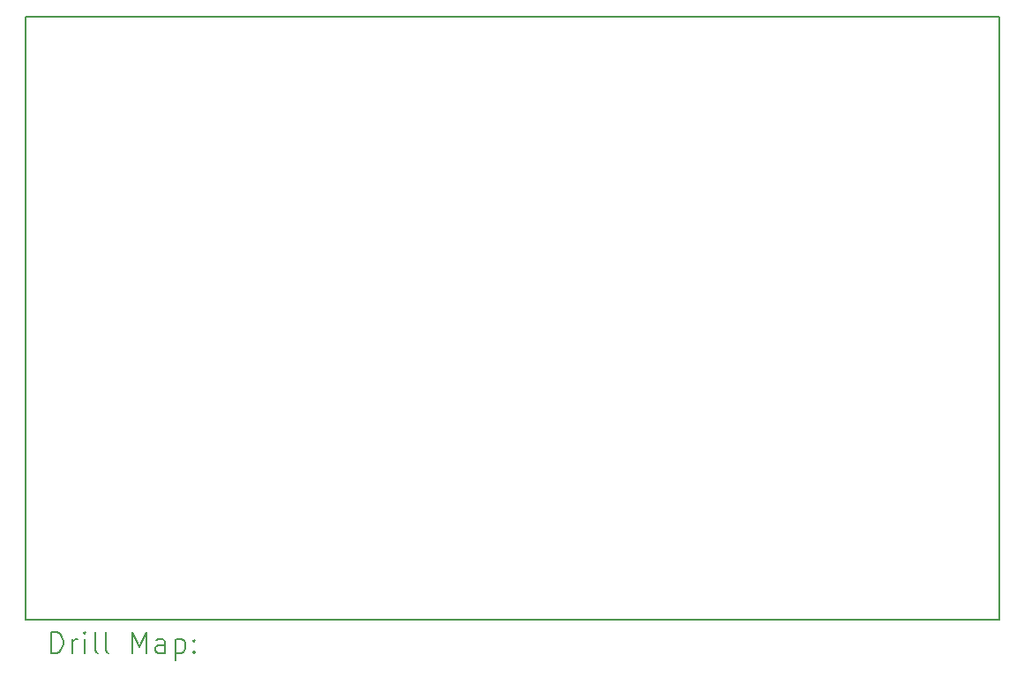
<source format=gbr>
%FSLAX45Y45*%
G04 Gerber Fmt 4.5, Leading zero omitted, Abs format (unit mm)*
G04 Created by KiCad (PCBNEW (5.99.0-13200-g7b4d5b2312)) date 2021-12-21 00:33:47*
%MOMM*%
%LPD*%
G01*
G04 APERTURE LIST*
%TA.AperFunction,Profile*%
%ADD10C,0.150000*%
%TD*%
%ADD11C,0.200000*%
G04 APERTURE END LIST*
D10*
X11988800Y-12395200D02*
X11988800Y-6604000D01*
X21336000Y-12395200D02*
X11988800Y-12395200D01*
X21336000Y-12395200D02*
X21336000Y-6604000D01*
X11988800Y-6604000D02*
X21336000Y-6604000D01*
D11*
X12238919Y-12713176D02*
X12238919Y-12513176D01*
X12286538Y-12513176D01*
X12315109Y-12522700D01*
X12334157Y-12541748D01*
X12343681Y-12560795D01*
X12353205Y-12598890D01*
X12353205Y-12627462D01*
X12343681Y-12665557D01*
X12334157Y-12684605D01*
X12315109Y-12703652D01*
X12286538Y-12713176D01*
X12238919Y-12713176D01*
X12438919Y-12713176D02*
X12438919Y-12579843D01*
X12438919Y-12617938D02*
X12448443Y-12598890D01*
X12457967Y-12589367D01*
X12477014Y-12579843D01*
X12496062Y-12579843D01*
X12562728Y-12713176D02*
X12562728Y-12579843D01*
X12562728Y-12513176D02*
X12553205Y-12522700D01*
X12562728Y-12532224D01*
X12572252Y-12522700D01*
X12562728Y-12513176D01*
X12562728Y-12532224D01*
X12686538Y-12713176D02*
X12667490Y-12703652D01*
X12657967Y-12684605D01*
X12657967Y-12513176D01*
X12791300Y-12713176D02*
X12772252Y-12703652D01*
X12762728Y-12684605D01*
X12762728Y-12513176D01*
X13019871Y-12713176D02*
X13019871Y-12513176D01*
X13086538Y-12656033D01*
X13153205Y-12513176D01*
X13153205Y-12713176D01*
X13334157Y-12713176D02*
X13334157Y-12608414D01*
X13324633Y-12589367D01*
X13305586Y-12579843D01*
X13267490Y-12579843D01*
X13248443Y-12589367D01*
X13334157Y-12703652D02*
X13315109Y-12713176D01*
X13267490Y-12713176D01*
X13248443Y-12703652D01*
X13238919Y-12684605D01*
X13238919Y-12665557D01*
X13248443Y-12646509D01*
X13267490Y-12636986D01*
X13315109Y-12636986D01*
X13334157Y-12627462D01*
X13429395Y-12579843D02*
X13429395Y-12779843D01*
X13429395Y-12589367D02*
X13448443Y-12579843D01*
X13486538Y-12579843D01*
X13505586Y-12589367D01*
X13515109Y-12598890D01*
X13524633Y-12617938D01*
X13524633Y-12675081D01*
X13515109Y-12694128D01*
X13505586Y-12703652D01*
X13486538Y-12713176D01*
X13448443Y-12713176D01*
X13429395Y-12703652D01*
X13610348Y-12694128D02*
X13619871Y-12703652D01*
X13610348Y-12713176D01*
X13600824Y-12703652D01*
X13610348Y-12694128D01*
X13610348Y-12713176D01*
X13610348Y-12589367D02*
X13619871Y-12598890D01*
X13610348Y-12608414D01*
X13600824Y-12598890D01*
X13610348Y-12589367D01*
X13610348Y-12608414D01*
M02*

</source>
